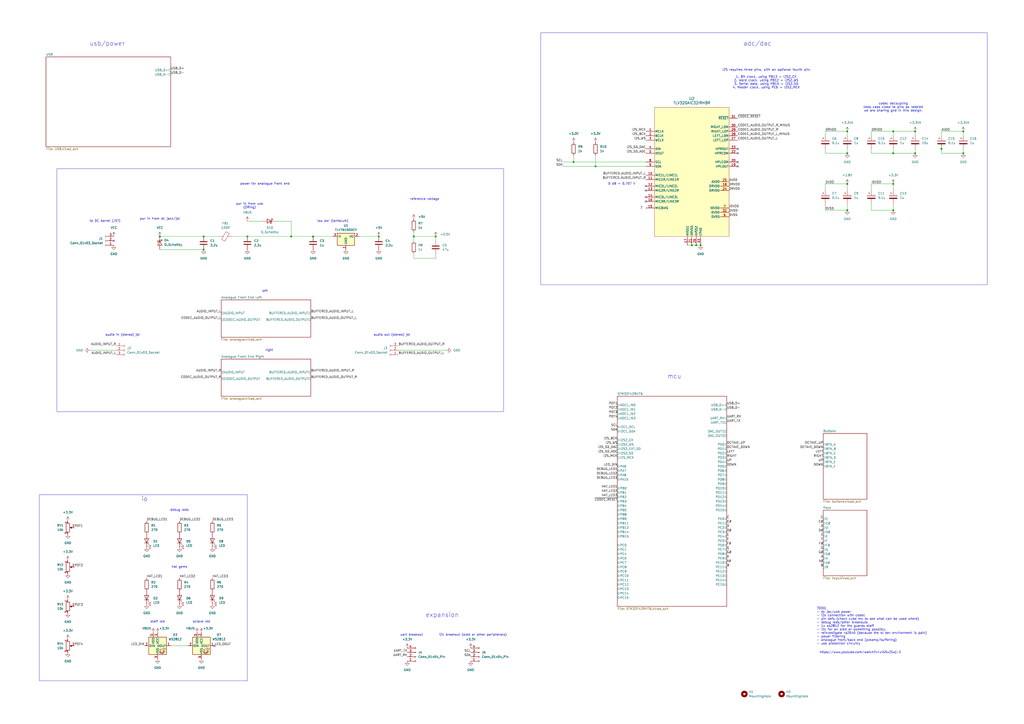
<source format=kicad_sch>
(kicad_sch (version 20250114) (generator "eeschema") (generator_version "9.0")
  (paper "A2")
  (title_block (title "Banana Guard DSP") (date "2025-02-23") (rev "v0.2") (company "kevontheweb"))
  (rectangle (start 22.86 287.02) (end 143.51 394.97))
  (rectangle (start 33.02 97.79) (end 292.1 238.76))
  (rectangle (start 313.69 19.05) (end 572.77 165.1))
  (text "0 dB = 0.707 V" (at 360.68 106.68 0) (effects (font (size 1.27 1.27))))
  (text "reference voltage" (at 246.38 115.57 0) (effects (font (size 1.27 1.27))))
  (text "usb/power" (at 62.23 25.4 0) (effects (font (size 2.54 2.54))))
  (text "I2S requires three pins, with an optional fourth pin:\n\n1. Bit clock, using PB13 = I2S2_CK\n2. Word clock, using PB12 = I2S2_WS\n3. Serial data, using PB15 = I2S2_SD\n4. Master clock, using PC6 = I2S2_MCK" (at 444.5 45.72 0) (effects (font (size 1.27 1.27))))
  (text "mcu" (at 391.16 218.44 0) (effects (font (size 2.54 2.54))))
  (text "low esr (tantalum)" (at 193.04 128.27 0) (effects (font (size 1.27 1.27))))
  (text "TODO:\n- dc jac/usb power \n- i2s connection with codec\n- pin defs (check cube mx to see what can be used where)\n- debug leds/other breakouts\n- 1x ws2812 for the guards staff\n- i2c for an oled or something possibly.\n- reinvestigate rp2040 (because the st dev environment is pain)\n- power filtering\n- analogue front/back end (preamp/buffering)\n- usb protection circuitry" (at 473.71 363.22 0) (effects (font (size 1.27 1.27)) (justify left)))
  (text "codec decoupling\nkeep caps close to pins as labeled\nwe are sharing gnd in this design." (at 518.16 62.23 0) (effects (font (size 1.27 1.27))))
  (text "staff led" (at 91.44 360.68 0) (effects (font (size 1.27 1.27))))
  (text "debug leds" (at 104.14 295.91 0) (effects (font (size 1.27 1.27))))
  (text "io" (at 83.82 289.56 0) (effects (font (size 2.54 2.54))))
  (text "octave led" (at 116.84 360.68 0) (effects (font (size 1.27 1.27))))
  (text "audio in (stereo) jst" (at 71.12 194.31 0) (effects (font (size 1.27 1.27))))
  (text "power for analogue front end" (at 153.67 106.68 0) (effects (font (size 1.27 1.27))))
  (text "https://www.youtube.com/watch?v=zlGSxZGwj-E" (at 499.11 378.46 0) (effects (font (size 1.27 1.27))))
  (text "pwr in from dc jack/jst" (at 92.71 127 0) (effects (font (size 1.27 1.27))))
  (text "adc/dac" (at 439.42 25.4 0) (effects (font (size 2.54 2.54))))
  (text "pwr in from usb\n(ORing)" (at 144.78 119.38 0) (effects (font (size 1.27 1.27))))
  (text "left" (at 153.67 168.91 0) (effects (font (size 1.27 1.27))))
  (text "audio out (stereo) jst" (at 227.33 194.31 0) (effects (font (size 1.27 1.27))))
  (text "uart breakout" (at 238.76 368.3 0) (effects (font (size 1.27 1.27))))
  (text "expansion" (at 256.54 356.87 0) (effects (font (size 2.54 2.54))))
  (text "?" (at 372.11 120.65 0) (effects (font (size 1.27 1.27))))
  (text "hat gems" (at 104.14 328.93 0) (effects (font (size 1.27 1.27))))
  (text "i2c breakout (oled or other peripherals)" (at 274.32 368.3 0) (effects (font (size 1.27 1.27))))
  (text "right\n" (at 156.21 203.2 0) (effects (font (size 1.27 1.27))))
  (text "to DC barrel (JST)" (at 60.96 128.27 0) (effects (font (size 1.27 1.27))))
  (junction (at 92.71 137.16))
  (junction (at 118.11 137.16))
  (junction (at 401.32 142.24))
  (junction (at 518.16 121.92))
  (junction (at 491.49 88.9))
  (junction (at 118.11 144.78))
  (junction (at 403.86 142.24))
  (junction (at 491.49 121.92))
  (junction (at 240.03 137.16))
  (junction (at 546.1 86.36))
  (junction (at 558.8 76.2))
  (junction (at 219.71 137.16))
  (junction (at 168.91 137.16))
  (junction (at 252.73 137.16))
  (junction (at 181.61 137.16))
  (junction (at 518.16 106.68))
  (junction (at 345.44 96.52))
  (junction (at 332.74 93.98))
  (junction (at 530.86 88.9))
  (junction (at 491.49 106.68))
  (junction (at 406.4 142.24))
  (junction (at 491.49 76.2))
  (junction (at 558.8 88.9))
  (junction (at 518.16 76.2))
  (junction (at 530.86 76.2))
  (junction (at 143.51 137.16))
  (junction (at 518.16 88.9))
  (no_connect (at 427.99 86.36))
  (no_connect (at 427.99 96.52))
  (no_connect (at 374.65 107.95))
  (no_connect (at 427.99 88.9))
  (no_connect (at 124.46 374.65))
  (no_connect (at 374.65 110.49))
  (no_connect (at 427.99 93.98))
  (no_connect (at 374.65 114.3))
  (no_connect (at 374.65 116.84))
  (no_connect (at 66.04 139.7))
  (wire (pts (xy 505.46 121.92) (xy 518.16 121.92)))
  (wire (pts (xy 332.74 90.17) (xy 332.74 93.98)))
  (wire (pts (xy 345.44 90.17) (xy 345.44 96.52)))
  (wire (pts (xy 491.49 121.92) (xy 491.49 118.11)))
  (wire (pts (xy 491.49 88.9) (xy 491.49 86.36)))
  (wire (pts (xy 168.91 137.16) (xy 168.91 128.27)))
  (wire (pts (xy 332.74 93.98) (xy 374.65 93.98)))
  (wire (pts (xy 118.11 137.16) (xy 127 137.16)))
  (wire (pts (xy 518.16 78.74) (xy 518.16 76.2)))
  (wire (pts (xy 99.06 374.65) (xy 109.22 374.65)))
  (wire (pts (xy 478.79 88.9) (xy 478.79 86.36)))
  (wire (pts (xy 252.73 137.16) (xy 240.03 137.16)))
  (wire (pts (xy 478.79 106.68) (xy 491.49 106.68)))
  (wire (pts (xy 558.8 86.36) (xy 558.8 88.9)))
  (wire (pts (xy 208.28 137.16) (xy 219.71 137.16)))
  (wire (pts (xy 240.03 149.86) (xy 252.73 149.86)))
  (wire (pts (xy 478.79 106.68) (xy 478.79 110.49)))
  (wire (pts (xy 92.71 137.16) (xy 118.11 137.16)))
  (wire (pts (xy 505.46 76.2) (xy 518.16 76.2)))
  (wire (pts (xy 92.71 144.78) (xy 118.11 144.78)))
  (wire (pts (xy 518.16 106.68) (xy 518.16 110.49)))
  (wire (pts (xy 505.46 106.68) (xy 505.46 110.49)))
  (wire (pts (xy 546.1 76.2) (xy 558.8 76.2)))
  (wire (pts (xy 518.16 118.11) (xy 518.16 121.92)))
  (wire (pts (xy 403.86 142.24) (xy 406.4 142.24)))
  (wire (pts (xy 252.73 149.86) (xy 252.73 147.32)))
  (wire (pts (xy 259.08 203.2) (xy 231.14 203.2)))
  (wire (pts (xy 491.49 106.68) (xy 491.49 110.49)))
  (wire (pts (xy 401.32 142.24) (xy 403.86 142.24)))
  (wire (pts (xy 181.61 137.16) (xy 193.04 137.16)))
  (wire (pts (xy 518.16 88.9) (xy 530.86 88.9)))
  (wire (pts (xy 398.78 142.24) (xy 401.32 142.24)))
  (wire (pts (xy 143.51 137.16) (xy 134.62 137.16)))
  (wire (pts (xy 478.79 76.2) (xy 491.49 76.2)))
  (wire (pts (xy 491.49 76.2) (xy 491.49 78.74)))
  (wire (pts (xy 505.46 78.74) (xy 505.46 76.2)))
  (wire (pts (xy 478.79 88.9) (xy 491.49 88.9)))
  (wire (pts (xy 240.03 134.62) (xy 240.03 137.16)))
  (wire (pts (xy 478.79 121.92) (xy 491.49 121.92)))
  (wire (pts (xy 143.51 128.27) (xy 152.4 128.27)))
  (wire (pts (xy 252.73 139.7) (xy 252.73 137.16)))
  (wire (pts (xy 52.07 203.2) (xy 67.31 203.2)))
  (wire (pts (xy 505.46 88.9) (xy 518.16 88.9)))
  (wire (pts (xy 530.86 86.36) (xy 530.86 88.9)))
  (wire (pts (xy 345.44 96.52) (xy 374.65 96.52)))
  (wire (pts (xy 546.1 76.2) (xy 546.1 78.74)))
  (wire (pts (xy 160.02 128.27) (xy 168.91 128.27)))
  (wire (pts (xy 240.03 137.16) (xy 240.03 139.7)))
  (wire (pts (xy 518.16 76.2) (xy 530.86 76.2)))
  (wire (pts (xy 505.46 106.68) (xy 518.16 106.68)))
  (wire (pts (xy 530.86 76.2) (xy 530.86 78.74)))
  (wire (pts (xy 478.79 121.92) (xy 478.79 118.11)))
  (wire (pts (xy 546.1 83.82) (xy 546.1 86.36)))
  (wire (pts (xy 168.91 137.16) (xy 143.51 137.16)))
  (wire (pts (xy 326.39 93.98) (xy 332.74 93.98)))
  (wire (pts (xy 240.03 149.86) (xy 240.03 147.32)))
  (wire (pts (xy 326.39 96.52) (xy 345.44 96.52)))
  (wire (pts (xy 505.46 118.11) (xy 505.46 121.92)))
  (wire (pts (xy 546.1 86.36) (xy 546.1 88.9)))
  (wire (pts (xy 478.79 76.2) (xy 478.79 78.74)))
  (wire (pts (xy 181.61 137.16) (xy 168.91 137.16)))
  (wire (pts (xy 518.16 86.36) (xy 518.16 88.9)))
  (wire (pts (xy 558.8 76.2) (xy 558.8 78.74)))
  (wire (pts (xy 558.8 88.9) (xy 546.1 88.9)))
  (wire (pts (xy 505.46 86.36) (xy 505.46 88.9)))
  (label "DEBUG_LED3" (at 358.14 278.13 180))
  (label "DEBUG_LED2" (at 358.14 275.59 180))
  (label "SCL" (at 326.39 93.98 180))
  (label "POT3" (at 43.18 351.79 0))
  (label "G#" (at 421.64 321.31 0))
  (label "POT4" (at 358.14 242.57 180))
  (label "A#" (at 421.64 326.39 0))
  (label "AUDIO_INPUT_R" (at 128.27 215.9 180))
  (label "G" (at 421.64 318.77 0))
  (label "I2S_MCK" (at 358.14 265.43 180))
  (label "G" (at 477.52 318.77 180))
  (label "LEFT" (at 477.52 262.89 180))
  (label "BUFFERED_AUDIO_INPUT_L" (at 374.65 101.6 180))
  (label "I2S_BCK" (at 358.14 255.27 180))
  (label "RIGHT" (at 421.64 265.43 0))
  (label "UP" (at 477.52 267.97 180))
  (label "LEFT" (at 421.64 262.89 0))
  (label "CODEC_AUDIO_OUTPUT_R" (at 128.27 219.71 180))
  (label "A#" (at 477.52 326.39 180))
  (label "UART_RX" (at 421.64 242.57 0))
  (label "DEBUG_LED3" (at 123.19 302.26 0))
  (label "POT2" (at 43.18 328.93 0))
  (label "CODEC_AUDIO_OUTPUT_R" (at 427.99 76.2 0))
  (label "HAT_LED1" (at 358.14 283.21 180))
  (label "I2S_WS" (at 374.65 81.28 180))
  (label "LED_DOUT" (at 124.46 374.65 0))
  (label "~{CODEC_RESET}" (at 427.99 68.58 0))
  (label "D" (at 421.64 306.07 0))
  (label "UP" (at 421.64 267.97 0))
  (label "F#" (at 421.64 316.23 0))
  (label "SCL" (at 358.14 247.65 180))
  (label "USB_D-" (at 99.06 43.18 0))
  (label "DRVDD" (at 422.91 107.95 0))
  (label "I2S_SD_ADC" (at 374.65 88.9 180))
  (label "HAT_LED2" (at 358.14 285.75 180))
  (label "E" (at 421.64 311.15 0))
  (label "I2S_SD_ADC" (at 358.14 262.89 180))
  (label "B" (at 477.52 328.93 180))
  (label "OCTAVE_DOWN" (at 477.52 260.35 180))
  (label "DEBUG_LED2" (at 104.14 302.26 0))
  (label "RIGHT" (at 477.52 265.43 180))
  (label "E" (at 477.52 311.15 180))
  (label "CODEC_AUDIO_OUTPUT_L" (at 128.27 185.42 180))
  (label "F#" (at 477.52 316.23 180))
  (label "BUFFERED_AUDIO_INPUT_R" (at 180.34 215.9 0))
  (label "AUDIO_INPUT_L" (at 67.31 205.74 180))
  (label "USB_D-" (at 421.64 237.49 0))
  (label "AVDD" (at 546.1 76.2 0))
  (label "AUDIO_INPUT_R" (at 67.31 200.66 180))
  (label "SCL" (at 273.05 378.46 180))
  (label "I2S_SD_DAC" (at 374.65 86.36 180))
  (label "DVSS" (at 478.79 121.92 0))
  (label "I2S_BCK" (at 374.65 78.74 180))
  (label "POT4" (at 43.18 374.65 0))
  (label "~{CODEC_RESET}" (at 358.14 290.83 180))
  (label "DOWN" (at 421.64 270.51 0))
  (label "DVSS" (at 422.91 125.73 0))
  (label "POT3" (at 358.14 240.03 180))
  (label "DOWN" (at 477.52 270.51 180))
  (label "UART_TX" (at 421.64 245.11 0))
  (label "CODEC_AUDIO_OUTPUT_R_MINUS" (at 427.99 73.66 0))
  (label "F" (at 421.64 313.69 0))
  (label "USB_D+" (at 421.64 234.95 0))
  (label "I2S_MCK" (at 374.65 76.2 180))
  (label "IOVDD" (at 422.91 120.65 0))
  (label "I2S_SD_DAC" (at 358.14 260.35 180))
  (label "D#" (at 421.64 308.61 0))
  (label "I2S_WS" (at 358.14 257.81 180))
  (label "POT1" (at 43.18 306.07 0))
  (label "POT1" (at 358.14 234.95 180))
  (label "HAT_LED3" (at 123.19 335.28 0))
  (label "SDA" (at 358.14 250.19 180))
  (label "D" (at 477.52 306.07 180))
  (label "D#" (at 477.52 308.61 180))
  (label "DEBUG_LED1" (at 358.14 273.05 180))
  (label "DRVDD" (at 422.91 110.49 0))
  (label "AUDIO_INPUT_L" (at 128.27 181.61 180))
  (label "BUFFERED_AUDIO_OUTPUT_R" (at 231.14 200.66 0))
  (label "C" (at 421.64 300.99 0))
  (label "HAT_LED2" (at 104.14 335.28 0))
  (label "CODEC_AUDIO_OUTPUT_L" (at 427.99 81.28 0))
  (label "OCTAVE_UP" (at 421.64 257.81 0))
  (label "USB_D+" (at 99.06 40.64 0))
  (label "A" (at 421.64 323.85 0))
  (label "POT2" (at 358.14 237.49 180))
  (label "LED_DIN" (at 83.82 374.65 180))
  (label "CODEC_AUDIO_OUTPUT_L_MINUS" (at 427.99 78.74 0))
  (label "DVDD" (at 478.79 106.68 0))
  (label "UART_RX" (at 236.22 381 180))
  (label "A" (at 477.52 323.85 180))
  (label "BUFFERED_AUDIO_OUTPUT_R" (at 180.34 219.71 0))
  (label "IOVDD" (at 505.46 106.68 0))
  (label "OCTAVE_DOWN" (at 421.64 260.35 0))
  (label "BUFFERED_AUDIO_INPUT_R" (at 374.65 104.14 180))
  (label "B" (at 421.64 328.93 0))
  (label "UART_TX" (at 236.22 378.46 180))
  (label "BUFFERED_AUDIO_OUTPUT_L" (at 180.34 185.42 0))
  (label "F" (at 477.52 313.69 180))
  (label "BUFFERED_AUDIO_OUTPUT_L" (at 231.14 205.74 0))
  (label "SDA" (at 326.39 96.52 180))
  (label "C" (at 477.52 300.99 180))
  (label "LED_DIN" (at 358.14 270.51 180))
  (label "AVDD" (at 422.91 105.41 0))
  (label "BUFFERED_AUDIO_INPUT_L" (at 180.34 181.61 0))
  (label "SDA" (at 273.05 381 180))
  (label "C#" (at 421.64 303.53 0))
  (label "G#" (at 477.52 321.31 180))
  (label "C#" (at 477.52 303.53 180))
  (label "HAT_LED3" (at 358.14 288.29 180))
  (label "OCTAVE_UP" (at 477.52 257.81 180))
  (label "DEBUG_LED1" (at 85.09 302.26 0))
  (label "DRVDD" (at 505.46 76.2 0))
  (label "DRVDD" (at 478.79 76.2 0))
  (label "DVDD" (at 422.91 123.19 0))
  (label "HAT_LED1" (at 85.09 335.28 0))
  (symbol (lib_id "power:+3.3V") (at 39.37 370.84 0) (unit 1)
    (property "Reference" "#PWR07" (effects (hide yes)))
    (property "Value" "+3.3V" (at 39.37 365.76 0))
    (property "Description" "Power symbol creates a global label with name \"+3.3V\"" (effects (hide yes)))
  )
  (symbol (lib_id "Device:C") (at 181.61 140.97 0) (unit 1)
    (property "Reference" "C3" (at 185.42 139.6999 0) (effects (justify left)))
    (property "Value" "1u" (at 185.42 142.2399 0) (effects (justify left)))
    (property "Footprint" "Capacitor_SMD:C_0603_1608Metric" (effects (hide yes)))
    (property "Description" "Unpolarized capacitor" (effects (hide yes)))
  )
  (symbol (lib_id "power:GND") (at 518.16 121.92 0) (unit 1)
    (property "Reference" "#PWR047" (effects (hide yes)))
    (property "Value" "GND" (at 518.16 127 0))
    (property "Description" "Power symbol creates a global label with name \"GND\" , ground" (effects (hide yes)))
  )
  (symbol (lib_id "Device:R") (at 123.19 339.09 0) (unit 1)
    (property "Reference" "R6" (at 125.73 337.8199 0) (effects (justify left)))
    (property "Value" "270" (at 125.73 340.3599 0) (effects (justify left)))
    (property "Footprint" "Resistor_SMD:R_0603_1608Metric_Pad0.98x0.95mm_HandSolder" (effects (hide yes)))
    (property "Description" "Resistor" (effects (hide yes)))
  )
  (symbol (lib_id "Device:FerriteBead") (at 130.81 137.16 90) (unit 1)
    (property "Reference" "FB1" (at 130.7592 129.54 90))
    (property "Value" "120R" (at 130.7592 132.08 90))
    (property "Footprint" "Resistor_SMD:R_0603_1608Metric" (effects (hide yes)))
    (property "Description" "Ferrite bead" (effects (hide yes)))
  )
  (symbol (lib_id "Device:C_Polarized") (at 478.79 114.3 0) (unit 1)
    (property "Reference" "C7" (at 482.6 112.1409 0) (effects (justify left)))
    (property "Value" "0.1u" (at 482.6 114.6809 0) (effects (justify left)))
    (property "Footprint" "Capacitor_SMD:C_0603_1608Metric" (effects (hide yes)))
    (property "Description" "Polarized capacitor" (effects (hide yes)))
  )
  (symbol (lib_id "power:GND") (at 118.11 144.78 0) (unit 1)
    (property "Reference" "#PWR023" (effects (hide yes)))
    (property "Value" "GND" (at 118.11 149.86 0))
    (property "Description" "Power symbol creates a global label with name \"GND\" , ground" (effects (hide yes)))
  )
  (symbol (lib_id "power:+3.3V") (at 332.74 82.55 0) (unit 1)
    (property "Reference" "#PWR039" (effects (hide yes)))
    (property "Value" "+3.3V" (at 332.74 77.47 0))
    (property "Description" "Power symbol creates a global label with name \"+3.3V\"" (effects (hide yes)))
  )
  (symbol (lib_id "power:GND") (at 530.86 88.9 0) (unit 1)
    (property "Reference" "#PWR049" (effects (hide yes)))
    (property "Value" "GND" (at 530.86 93.98 0))
    (property "Description" "Power symbol creates a global label with name \"GND\" , ground" (effects (hide yes)))
  )
  (symbol (lib_id "power:GND") (at 200.66 144.78 0) (unit 1)
    (property "Reference" "#PWR029" (effects (hide yes)))
    (property "Value" "GND" (at 200.66 149.86 0))
    (property "Description" "Power symbol creates a global label with name \"GND\" , ground" (effects (hide yes)))
  )
  (symbol (lib_id "Connector:Conn_01x03_Socket") (at 226.06 203.2 180) (unit 1)
    (property "Reference" "J3" (at 224.79 201.9299 0) (effects (justify left)))
    (property "Value" "Conn_01x03_Socket" (at 224.79 204.4699 0) (effects (justify left)))
    (property "Footprint" "Connector_JST:JST_ZE_B03B-ZESK-1D_1x03_P1.50mm_Vertical" (effects (hide yes)))
    (property "Description" "Generic connector, single row, 01x03, script generated" (effects (hide yes)))
  )
  (symbol (lib_id "power:GND") (at 143.51 144.78 0) (unit 1)
    (property "Reference" "#PWR027" (effects (hide yes)))
    (property "Value" "GND" (at 143.51 149.86 0))
    (property "Description" "Power symbol creates a global label with name \"GND\" , ground" (effects (hide yes)))
  )
  (symbol (lib_id "Device:LED") (at 123.19 313.69 90) (unit 1)
    (property "Reference" "D8" (at 126.9499 314.0074 90) (effects (justify right)))
    (property "Value" "LED" (at 126.9499 316.5474 90) (effects (justify right)))
    (property "Footprint" "LED_SMD:LED_0603_1608Metric_Pad1.05x0.95mm_HandSolder" (effects (hide yes)))
    (property "Description" "Light emitting diode" (effects (hide yes)))
  )
  (symbol (lib_id "Device:R") (at 240.03 143.51 180) (unit 1)
    (property "Reference" "R8" (at 242.57 142.2399 0) (effects (justify right)))
    (property "Value" "1k" (at 242.57 144.7799 0) (effects (justify right)))
    (property "Footprint" "Resistor_SMD:R_0603_1608Metric_Pad0.98x0.95mm_HandSolder" (effects (hide yes)))
    (property "Description" "Resistor" (effects (hide yes)))
  )
  (symbol (lib_id "power:GND") (at 491.49 121.92 0) (unit 1)
    (property "Reference" "#PWR045" (effects (hide yes)))
    (property "Value" "GND" (at 491.49 127 0))
    (property "Description" "Power symbol creates a global label with name \"GND\" , ground" (effects (hide yes)))
  )
  (symbol (lib_id "Device:C_Polarized") (at 518.16 82.55 0) (unit 1)
    (property "Reference" "C12" (at 521.97 80.3909 0) (effects (justify left)))
    (property "Value" "1u" (at 521.97 82.9309 0) (effects (justify left)))
    (property "Footprint" "Capacitor_SMD:CP_Elec_4x3" (effects (hide yes)))
    (property "Description" "Polarized capacitor" (effects (hide yes)))
  )
  (symbol (lib_id "Device:C_Polarized") (at 546.1 82.55 0) (unit 1)
    (property "Reference" "C15" (at 549.91 80.3909 0) (effects (justify left)))
    (property "Value" "0.1u" (at 549.91 82.9309 0) (effects (justify left)))
    (property "Footprint" "Capacitor_SMD:C_0603_1608Metric" (effects (hide yes)))
    (property "Description" "Polarized capacitor" (effects (hide yes)))
  )
  (symbol (lib_id "Device:LED") (at 104.14 346.71 90) (unit 1)
    (property "Reference" "D6" (at 107.95 347.0274 90) (effects (justify right)))
    (property "Value" "LED" (at 107.95 349.5674 90) (effects (justify right)))
    (property "Footprint" "LED_SMD:LED_0603_1608Metric_Pad1.05x0.95mm_HandSolder" (effects (hide yes)))
    (property "Description" "Light emitting diode" (effects (hide yes)))
  )
  (symbol (lib_id "Connector:Conn_01x04_Pin") (at 241.3 381 180) (unit 1)
    (property "Reference" "J4" (at 242.57 378.4599 0) (effects (justify right)))
    (property "Value" "Conn_01x04_Pin" (at 242.57 380.9999 0) (effects (justify right)))
    (property "Footprint" "Connector_PinHeader_2.54mm:PinHeader_1x04_P2.54mm_Vertical" (effects (hide yes)))
    (property "Description" "Generic connector, single row, 01x04, script generated" (effects (hide yes)))
  )
  (symbol (lib_id "power:+3.3V") (at 518.16 106.68 0) (unit 1)
    (property "Reference" "#PWR046" (effects (hide yes)))
    (property "Value" "+3.3V" (at 518.16 101.6 0))
    (property "Description" "Power symbol creates a global label with name \"+3.3V\"" (effects (hide yes)))
  )
  (symbol (lib_id "Device:R") (at 104.14 306.07 0) (unit 1)
    (property "Reference" "R3" (at 106.68 304.7999 0) (effects (justify left)))
    (property "Value" "270" (at 106.68 307.3399 0) (effects (justify left)))
    (property "Footprint" "Resistor_SMD:R_0603_1608Metric_Pad0.98x0.95mm_HandSolder" (effects (hide yes)))
    (property "Description" "Resistor" (effects (hide yes)))
  )
  (symbol (lib_id "Regulator_Linear:TLV76150DCY") (at 200.66 137.16 0) (unit 1)
    (property "Reference" "U1" (at 200.66 130.81 0))
    (property "Value" "TLV76150DCY" (at 200.66 133.35 0))
    (property "Footprint" "Package_TO_SOT_SMD:SOT-223-3_TabPin2" (effects (hide yes)))
    (property "Datasheet" "https://www.ti.com/lit/ds/symlink/tlv761.pdf" (effects (hide yes)))
    (property "Description" "5.0V, 1A, Low Noise, High-PSRR LDO Regulator, 2.5V...16V input, SOT-223" (effects (hide yes)))
  )
  (symbol (lib_id "power:+2V5") (at 252.73 137.16 0) (unit 1)
    (property "Reference" "#PWR035" (effects (hide yes)))
    (property "Value" "+2.5V" (at 255.27 135.8899 0) (effects (justify left)))
    (property "Description" "Power symbol creates a global label with name \"+2V5\"" (effects (hide yes)))
  )
  (symbol (lib_id "Device:LED") (at 104.14 313.69 90) (unit 1)
    (property "Reference" "D5" (at 107.8999 314.0074 90) (effects (justify right)))
    (property "Value" "LED" (at 107.8999 316.5474 90) (effects (justify right)))
    (property "Footprint" "LED_SMD:LED_0603_1608Metric_Pad1.05x0.95mm_HandSolder" (effects (hide yes)))
    (property "Description" "Light emitting diode" (effects (hide yes)))
  )
  (symbol (lib_id "Device:R") (at 85.09 306.07 0) (unit 1)
    (property "Reference" "R1" (at 87.63 304.7999 0) (effects (justify left)))
    (property "Value" "270" (at 87.63 307.3399 0) (effects (justify left)))
    (property "Footprint" "Resistor_SMD:R_0603_1608Metric_Pad0.98x0.95mm_HandSolder" (effects (hide yes)))
    (property "Description" "Resistor" (effects (hide yes)))
  )
  (symbol (lib_id "Device:C") (at 143.51 140.97 0) (unit 1)
    (property "Reference" "C2" (at 147.32 139.6999 0) (effects (justify left)))
    (property "Value" "2.2u" (at 147.32 142.2399 0) (effects (justify left)))
    (property "Footprint" "Capacitor_SMD:C_0603_1608Metric" (effects (hide yes)))
    (property "Description" "Unpolarized capacitor" (effects (hide yes)))
  )
  (symbol (lib_id "power:GND") (at 104.14 350.52 0) (unit 1)
    (property "Reference" "#PWR019" (effects (hide yes)))
    (property "Value" "GND" (at 104.14 355.6 0))
    (property "Description" "Power symbol creates a global label with name \"GND\" , ground" (effects (hide yes)))
  )
  (symbol (lib_id "power:VBUS") (at 88.9 367.03 0) (unit 1)
    (property "Reference" "#PWR014" (effects (hide yes)))
    (property "Value" "VBUS" (at 85.09 364.49 0))
    (property "Description" "Power symbol creates a global label with name \"VBUS\"" (effects (hide yes)))
  )
  (symbol (lib_id "power:GND") (at 91.44 382.27 0) (unit 1)
    (property "Reference" "#PWR016" (effects (hide yes)))
    (property "Value" "GND" (at 91.44 387.35 0))
    (property "Description" "Power symbol creates a global label with name \"GND\" , ground" (effects (hide yes)))
  )
  (symbol (lib_id "power:+3.3V") (at 39.37 325.12 0) (unit 1)
    (property "Reference" "#PWR03" (effects (hide yes)))
    (property "Value" "+3.3V" (at 39.37 320.04 0))
    (property "Description" "Power symbol creates a global label with name \"+3.3V\"" (effects (hide yes)))
  )
  (symbol (lib_id "Device:LED") (at 85.09 313.69 90) (unit 1)
    (property "Reference" "D1" (at 88.8499 314.0074 90) (effects (justify right)))
    (property "Value" "LED" (at 88.8499 316.5474 90) (effects (justify right)))
    (property "Footprint" "LED_SMD:LED_0603_1608Metric_Pad1.05x0.95mm_HandSolder" (effects (hide yes)))
    (property "Description" "Light emitting diode" (effects (hide yes)))
  )
  (symbol (lib_id "power:GND") (at 406.4 142.24 0) (unit 1)
    (property "Reference" "#PWR041" (effects (hide yes)))
    (property "Value" "GND" (at 406.4 147.32 0))
    (property "Description" "Power symbol creates a global label with name \"GND\" , ground" (effects (hide yes)))
  )
  (symbol (lib_id "power:+3.3VA") (at 530.86 76.2 0) (unit 1)
    (property "Reference" "#PWR048" (effects (hide yes)))
    (property "Value" "+3.3VA" (at 530.86 71.12 0))
    (property "Description" "Power symbol creates a global label with name \"+3.3VA\"" (effects (hide yes)))
  )
  (symbol (lib_id "power:+3.3V") (at 39.37 302.26 0) (unit 1)
    (property "Reference" "#PWR01" (effects (hide yes)))
    (property "Value" "+3.3V" (at 39.37 297.18 0))
    (property "Description" "Power symbol creates a global label with name \"+3.3V\"" (effects (hide yes)))
  )
  (symbol (lib_id "power:GND") (at 259.08 203.2 90) (mirror x) (unit 1)
    (property "Reference" "#PWR036" (effects (hide yes)))
    (property "Value" "GND" (at 262.89 203.1999 90) (effects (justify right)))
    (property "Description" "Power symbol creates a global label with name \"GND\" , ground" (effects (hide yes)))
  )
  (symbol (lib_id "Device:C_Polarized") (at 491.49 114.3 0) (unit 1)
    (property "Reference" "C9" (at 495.3 112.1409 0) (effects (justify left)))
    (property "Value" "1u" (at 495.3 114.6809 0) (effects (justify left)))
    (property "Footprint" "Capacitor_SMD:CP_Elec_4x3" (effects (hide yes)))
    (property "Description" "Polarized capacitor" (effects (hide yes)))
  )
  (symbol (lib_id "LED:WS2812") (at 116.84 374.65 0) (unit 1)
    (property "Reference" "D7" (at 127 368.2298 0))
    (property "Value" "WS2812" (at 127 370.7698 0))
    (property "Footprint" "LED_SMD:LED_WS2812_PLCC6_5.0x5.0mm_P1.6mm" (effects (hide yes)))
    (property "Datasheet" "https://cdn-shop.adafruit.com/datasheets/WS2812.pdf" (effects (hide yes)))
    (property "Description" "RGB LED with integrated controller" (effects (hide yes)))
  )
  (symbol (lib_id "Device:C") (at 118.11 140.97 0) (unit 1)
    (property "Reference" "C1" (at 121.92 139.6999 0) (effects (justify left)))
    (property "Value" "2.2u" (at 121.92 142.2399 0) (effects (justify left)))
    (property "Footprint" "Capacitor_SMD:C_0603_1608Metric" (effects (hide yes)))
    (property "Description" "Unpolarized capacitor" (effects (hide yes)))
  )
  (symbol (lib_id "Device:C_Polarized") (at 505.46 82.55 0) (unit 1)
    (property "Reference" "C10" (at 509.27 80.3909 0) (effects (justify left)))
    (property "Value" "0.1u" (at 509.27 82.9309 0) (effects (justify left)))
    (property "Footprint" "Capacitor_SMD:C_0603_1608Metric" (effects (hide yes)))
    (property "Description" "Polarized capacitor" (effects (hide yes)))
  )
  (symbol (lib_id "Device:R") (at 332.74 86.36 0) (unit 1)
    (property "Reference" "R9" (at 335.28 85.0899 0) (effects (justify left)))
    (property "Value" "1k" (at 335.28 87.6299 0) (effects (justify left)))
    (property "Footprint" "Resistor_SMD:R_0603_1608Metric_Pad0.98x0.95mm_HandSolder" (effects (hide yes)))
    (property "Description" "Resistor" (effects (hide yes)))
  )
  (symbol (lib_id "Device:C_Polarized") (at 530.86 82.55 0) (unit 1)
    (property "Reference" "C14" (at 534.67 80.3909 0) (effects (justify left)))
    (property "Value" "10u" (at 534.67 82.9309 0) (effects (justify left)))
    (property "Footprint" "Capacitor_SMD:CP_Elec_4x3" (effects (hide yes)))
    (property "Description" "Polarized capacitor" (effects (hide yes)))
  )
  (symbol (lib_id "Device:R_Potentiometer") (at 39.37 306.07 0) (unit 1)
    (property "Reference" "RV1" (at 36.83 304.7999 0) (effects (justify right)))
    (property "Value" "10k" (at 36.83 307.3399 0) (effects (justify right)))
    (property "Footprint" "Potentiometer_THT:Potentiometer_Bourns_PTV09A-1_Single_Vertical" (effects (hide yes)))
    (property "Description" "Potentiometer" (effects (hide yes)))
  )
  (symbol (lib_id "Device:R") (at 240.03 130.81 180) (unit 1)
    (property "Reference" "R7" (at 242.57 129.5399 0) (effects (justify right)))
    (property "Value" "1k" (at 242.57 132.0799 0) (effects (justify right)))
    (property "Footprint" "Resistor_SMD:R_0603_1608Metric_Pad0.98x0.95mm_HandSolder" (effects (hide yes)))
    (property "Description" "Resistor" (effects (hide yes)))
  )
  (symbol (lib_id "power:GND") (at 236.22 383.54 0) (unit 1)
    (property "Reference" "#PWR033" (effects (hide yes)))
    (property "Value" "GND" (at 236.22 388.62 0))
    (property "Description" "Power symbol creates a global label with name \"GND\" , ground" (effects (hide yes)))
  )
  (symbol (lib_id "power:+5V") (at 240.03 127 0) (unit 1)
    (property "Reference" "#PWR034" (effects (hide yes)))
    (property "Value" "+5V" (at 242.57 125.7299 0) (effects (justify left)))
    (property "Description" "Power symbol creates a global label with name \"+5V\"" (effects (hide yes)))
  )
  (symbol (lib_id "power:GND") (at 219.71 144.78 0) (unit 1)
    (property "Reference" "#PWR031" (effects (hide yes)))
    (property "Value" "GND" (at 219.71 149.86 0))
    (property "Description" "Power symbol creates a global label with name \"GND\" , ground" (effects (hide yes)))
  )
  (symbol (lib_id "Device:LED") (at 123.19 346.71 90) (unit 1)
    (property "Reference" "D9" (at 127 347.0274 90) (effects (justify right)))
    (property "Value" "LED" (at 127 349.5674 90) (effects (justify right)))
    (property "Footprint" "LED_SMD:LED_0603_1608Metric_Pad1.05x0.95mm_HandSolder" (effects (hide yes)))
    (property "Description" "Light emitting diode" (effects (hide yes)))
  )
  (symbol (lib_id "Device:LED") (at 85.09 346.71 90) (unit 1)
    (property "Reference" "D2" (at 88.9 347.0274 90) (effects (justify right)))
    (property "Value" "LED" (at 88.9 349.5674 90) (effects (justify right)))
    (property "Footprint" "LED_SMD:LED_0603_1608Metric_Pad1.05x0.95mm_HandSolder" (effects (hide yes)))
    (property "Description" "Light emitting diode" (effects (hide yes)))
  )
  (symbol (lib_id "Device:R") (at 345.44 86.36 0) (unit 1)
    (property "Reference" "R10" (at 347.98 85.0899 0) (effects (justify left)))
    (property "Value" "1k" (at 347.98 87.6299 0) (effects (justify left)))
    (property "Footprint" "Resistor_SMD:R_0603_1608Metric_Pad0.98x0.95mm_HandSolder" (effects (hide yes)))
    (property "Description" "Resistor" (effects (hide yes)))
  )
  (symbol (lib_id "Device:C_Polarized") (at 518.16 114.3 0) (unit 1)
    (property "Reference" "C13" (at 521.97 112.1409 0) (effects (justify left)))
    (property "Value" "1u" (at 521.97 114.6809 0) (effects (justify left)))
    (property "Footprint" "Capacitor_SMD:CP_Elec_4x3" (effects (hide yes)))
    (property "Description" "Polarized capacitor" (effects (hide yes)))
  )
  (symbol (lib_id "power:GND") (at 558.8 88.9 0) (unit 1)
    (property "Reference" "#PWR051" (effects (hide yes)))
    (property "Value" "GND" (at 558.8 93.98 0))
    (property "Description" "Power symbol creates a global label with name \"GND\" , ground" (effects (hide yes)))
  )
  (symbol (lib_id "power:GND") (at 181.61 144.78 0) (unit 1)
    (property "Reference" "#PWR028" (effects (hide yes)))
    (property "Value" "GND" (at 181.61 149.86 0))
    (property "Description" "Power symbol creates a global label with name \"GND\" , ground" (effects (hide yes)))
  )
  (symbol (lib_id "Device:C") (at 219.71 140.97 0) (unit 1)
    (property "Reference" "C4" (at 223.52 139.6999 0) (effects (justify left)))
    (property "Value" "2.2u" (at 223.52 142.2399 0) (effects (justify left)))
    (property "Footprint" "Capacitor_SMD:C_0603_1608Metric" (effects (hide yes)))
    (property "Description" "Unpolarized capacitor" (effects (hide yes)))
  )
  (symbol (lib_id "power:GND") (at 123.19 317.5 0) (unit 1)
    (property "Reference" "#PWR024" (effects (hide yes)))
    (property "Value" "GND" (at 123.19 322.58 0))
    (property "Description" "Power symbol creates a global label with name \"GND\" , ground" (effects (hide yes)))
  )
  (symbol (lib_id "Mechanical:MountingHole") (at 431.8 402.59 0) (unit 1) (exclude_from_sim yes) (in_bom no)
    (property "Reference" "H1" (at 434.34 401.3199 0) (effects (justify left)))
    (property "Value" "MountingHole" (at 434.34 403.8599 0) (effects (justify left)))
    (property "Footprint" "MountingHole:MountingHole_3.2mm_M3" (effects (hide yes)))
    (property "Description" "Mounting Hole without connection" (effects (hide yes)))
  )
  (symbol (lib_id "Device:D_Schottky") (at 92.71 140.97 270) (unit 1)
    (property "Reference" "D4" (at 95.25 139.3824 90) (effects (justify left)))
    (property "Value" "D_Schottky" (at 95.25 141.9224 90) (effects (justify left)))
    (property "Footprint" "Diode_SMD:D_SOD-123" (effects (hide yes)))
    (property "Description" "Schottky diode" (effects (hide yes)))
  )
  (symbol (lib_id "Device:R_Potentiometer") (at 39.37 351.79 0) (unit 1)
    (property "Reference" "RV3" (at 36.83 350.5199 0) (effects (justify right)))
    (property "Value" "10k" (at 36.83 353.0599 0) (effects (justify right)))
    (property "Footprint" "Potentiometer_THT:Potentiometer_Bourns_PTV09A-1_Single_Vertical" (effects (hide yes)))
    (property "Description" "Potentiometer" (effects (hide yes)))
  )
  (symbol (lib_id "power:GND") (at 85.09 317.5 0) (unit 1)
    (property "Reference" "#PWR012" (effects (hide yes)))
    (property "Value" "GND" (at 85.09 322.58 0))
    (property "Description" "Power symbol creates a global label with name \"GND\" , ground" (effects (hide yes)))
  )
  (symbol (lib_id "power:GND") (at 39.37 332.74 0) (unit 1)
    (property "Reference" "#PWR04" (effects (hide yes)))
    (property "Value" "GND" (at 39.37 337.82 0))
    (property "Description" "Power symbol creates a global label with name \"GND\" , ground" (effects (hide yes)))
  )
  (symbol (lib_id "power:GND") (at 123.19 350.52 0) (unit 1)
    (property "Reference" "#PWR025" (effects (hide yes)))
    (property "Value" "GND" (at 123.19 355.6 0))
    (property "Description" "Power symbol creates a global label with name \"GND\" , ground" (effects (hide yes)))
  )
  (symbol (lib_id "power:VCC") (at 66.04 137.16 0) (unit 1)
    (property "Reference" "#PWR010" (effects (hide yes)))
    (property "Value" "VCC" (at 66.04 132.08 0))
    (property "Description" "Power symbol creates a global label with name \"VCC\"" (effects (hide yes)))
  )
  (symbol (lib_id "lib:TLV320AIC32IRHBR") (at 401.32 99.06 0) (unit 1)
    (property "Reference" "U2" (at 401.32 57.15 0) (effects (font (size 1.524 1.524))))
    (property "Value" "TLV320AIC32IRHBR" (at 401.32 59.69 0) (effects (font (size 1.524 1.524))))
    (property "Footprint" "Package_DFN_QFN:QFN-32-1EP_5x5mm_P0.5mm_EP3.3x3.3mm" (effects (hide yes)))
    (property "Datasheet" "https://www.ti.com/lit/ds/symlink/tlv320aic32.pdf" (effects (hide yes)))
    (property "Description" "Low-Power Stereo Audio CODEC for Portable Audio/Telephony" (effects (hide yes)))
  )
  (symbol (lib_id "power:+3.3VA") (at 558.8 76.2 0) (unit 1)
    (property "Reference" "#PWR050" (effects (hide yes)))
    (property "Value" "+3.3VA" (at 558.8 71.12 0))
    (property "Description" "Power symbol creates a global label with name \"+3.3VA\"" (effects (hide yes)))
  )
  (symbol (lib_id "power:+5V") (at 219.71 137.16 0) (unit 1)
    (property "Reference" "#PWR030" (effects (hide yes)))
    (property "Value" "+5V" (at 219.71 132.08 0))
    (property "Description" "Power symbol creates a global label with name \"+5V\"" (effects (hide yes)))
  )
  (symbol (lib_id "Device:R") (at 85.09 339.09 0) (unit 1)
    (property "Reference" "R2" (at 87.63 337.8199 0) (effects (justify left)))
    (property "Value" "270" (at 87.63 340.3599 0) (effects (justify left)))
    (property "Footprint" "Resistor_SMD:R_0603_1608Metric_Pad0.98x0.95mm_HandSolder" (effects (hide yes)))
    (property "Description" "Resistor" (effects (hide yes)))
  )
  (symbol (lib_id "power:GND") (at 39.37 378.46 0) (unit 1)
    (property "Reference" "#PWR08" (effects (hide yes)))
    (property "Value" "GND" (at 39.37 383.54 0))
    (property "Description" "Power symbol creates a global label with name \"GND\" , ground" (effects (hide yes)))
  )
  (symbol (lib_id "power:GND") (at 116.84 382.27 0) (unit 1)
    (property "Reference" "#PWR022" (effects (hide yes)))
    (property "Value" "GND" (at 116.84 387.35 0))
    (property "Description" "Power symbol creates a global label with name \"GND\" , ground" (effects (hide yes)))
  )
  (symbol (lib_id "power:VBUS") (at 143.51 128.27 0) (unit 1)
    (property "Reference" "#PWR026" (effects (hide yes)))
    (property "Value" "VBUS" (at 143.51 123.19 0))
    (property "Description" "Power symbol creates a global label with name \"VBUS\"" (effects (hide yes)))
  )
  (symbol (lib_id "power:+3.3V") (at 236.22 375.92 0) (unit 1)
    (property "Reference" "#PWR032" (effects (hide yes)))
    (property "Value" "+3.3V" (at 236.22 370.84 0))
    (property "Description" "Power symbol creates a global label with name \"+3.3V\"" (effects (hide yes)))
  )
  (symbol (lib_id "power:+3.3V") (at 345.44 82.55 0) (unit 1)
    (property "Reference" "#PWR040" (effects (hide yes)))
    (property "Value" "+3.3V" (at 345.44 77.47 0))
    (property "Description" "Power symbol creates a global label with name \"+3.3V\"" (effects (hide yes)))
  )
  (symbol (lib_id "Connector:Conn_01x04_Pin") (at 278.13 381 180) (unit 1)
    (property "Reference" "J5" (at 279.4 378.4599 0) (effects (justify right)))
    (property "Value" "Conn_01x04_Pin" (at 279.4 380.9999 0) (effects (justify right)))
    (property "Footprint" "Connector_PinHeader_2.54mm:PinHeader_1x04_P2.54mm_Vertical" (effects (hide yes)))
    (property "Description" "Generic connector, single row, 01x04, script generated" (effects (hide yes)))
  )
  (symbol (lib_id "power:GND") (at 104.14 317.5 0) (unit 1)
    (property "Reference" "#PWR018" (effects (hide yes)))
    (property "Value" "GND" (at 104.14 322.58 0))
    (property "Description" "Power symbol creates a global label with name \"GND\" , ground" (effects (hide yes)))
  )
  (symbol (lib_id "Device:C_Polarized") (at 478.79 82.55 0) (unit 1)
    (property "Reference" "C6" (at 482.6 80.3909 0) (effects (justify left)))
    (property "Value" "0.1u" (at 482.6 82.9309 0) (effects (justify left)))
    (property "Footprint" "Capacitor_SMD:C_0603_1608Metric" (effects (hide yes)))
    (property "Description" "Polarized capacitor" (effects (hide yes)))
  )
  (symbol (lib_id "Device:R") (at 123.19 306.07 0) (unit 1)
    (property "Reference" "R5" (at 125.73 304.7999 0) (effects (justify left)))
    (property "Value" "270" (at 125.73 307.3399 0) (effects (justify left)))
    (property "Footprint" "Resistor_SMD:R_0603_1608Metric_Pad0.98x0.95mm_HandSolder" (effects (hide yes)))
    (property "Description" "Resistor" (effects (hide yes)))
  )
  (symbol (lib_id "power:+3.3V") (at 116.84 367.03 0) (unit 1)
    (property "Reference" "#PWR021" (effects (hide yes)))
    (property "Value" "+3.3V" (at 120.65 364.49 0))
    (property "Description" "Power symbol creates a global label with name \"+3.3V\"" (effects (hide yes)))
  )
  (symbol (lib_id "power:GND") (at 273.05 383.54 0) (unit 1)
    (property "Reference" "#PWR038" (effects (hide yes)))
    (property "Value" "GND" (at 273.05 388.62 0))
    (property "Description" "Power symbol creates a global label with name \"GND\" , ground" (effects (hide yes)))
  )
  (symbol (lib_id "LED:WS2812") (at 91.44 374.65 0) (unit 1)
    (property "Reference" "D3" (at 101.6 368.2298 0))
    (property "Value" "WS2812" (at 101.6 370.7698 0))
    (property "Footprint" "LED_SMD:LED_WS2812_PLCC6_5.0x5.0mm_P1.6mm" (effects (hide yes)))
    (property "Datasheet" "https://cdn-shop.adafruit.com/datasheets/WS2812.pdf" (effects (hide yes)))
    (property "Description" "RGB LED with integrated controller" (effects (hide yes)))
  )
  (symbol (lib_id "Device:R_Potentiometer") (at 39.37 374.65 0) (unit 1)
    (property "Reference" "RV4" (at 36.83 373.3799 0) (effects (justify right)))
    (property "Value" "10k" (at 36.83 375.9199 0) (effects (justify right)))
    (property "Footprint" "Potentiometer_THT:Potentiometer_Bourns_PTV09A-1_Single_Vertical" (effects (hide yes)))
    (property "Description" "Potentiometer" (effects (hide yes)))
  )
  (symbol (lib_id "Device:R_Potentiometer") (at 39.37 328.93 0) (unit 1)
    (property "Reference" "RV2" (at 36.83 327.6599 0) (effects (justify right)))
    (property "Value" "10k" (at 36.83 330.1999 0) (effects (justify right)))
    (property "Footprint" "Potentiometer_THT:Potentiometer_Bourns_PTV09A-1_Single_Vertical" (effects (hide yes)))
    (property "Description" "Potentiometer" (effects (hide yes)))
  )
  (symbol (lib_id "power:GND") (at 52.07 203.2 270) (unit 1)
    (property "Reference" "#PWR09" (effects (hide yes)))
    (property "Value" "GND" (at 48.26 203.1999 90) (effects (justify right)))
    (property "Description" "Power symbol creates a global label with name \"GND\" , ground" (effects (hide yes)))
  )
  (symbol (lib_id "Device:C_Polarized") (at 558.8 82.55 0) (unit 1)
    (property "Reference" "C16" (at 562.61 80.3909 0) (effects (justify left)))
    (property "Value" "1u" (at 562.61 82.9309 0) (effects (justify left)))
    (property "Footprint" "Capacitor_SMD:CP_Elec_4x3" (effects (hide yes)))
    (property "Description" "Polarized capacitor" (effects (hide yes)))
  )
  (symbol (lib_id "Connector:Conn_01x03_Socket") (at 72.39 203.2 0) (unit 1)
    (property "Reference" "J2" (at 73.66 201.9299 0) (effects (justify left)))
    (property "Value" "Conn_01x03_Socket" (at 73.66 204.4699 0) (effects (justify left)))
    (property "Footprint" "Connector_JST:JST_ZE_B03B-ZESK-1D_1x03_P1.50mm_Vertical" (effects (hide yes)))
    (property "Description" "Generic connector, single row, 01x03, script generated" (effects (hide yes)))
  )
  (symbol (lib_id "power:+1V8") (at 491.49 106.68 0) (unit 1)
    (property "Reference" "#PWR044" (effects (hide yes)))
    (property "Value" "+1.8V" (at 491.49 101.6 0))
    (property "Description" "Power symbol creates a global label with name \"+1V8\"" (effects (hide yes)))
  )
  (symbol (lib_id "power:VBUS") (at 114.3 367.03 0) (unit 1)
    (property "Reference" "#PWR020" (effects (hide yes)))
    (property "Value" "VBUS" (at 110.49 364.49 0))
    (property "Description" "Power symbol creates a global label with name \"VBUS\"" (effects (hide yes)))
  )
  (symbol (lib_id "Device:C") (at 252.73 143.51 0) (mirror y) (unit 1)
    (property "Reference" "C5" (at 256.54 142.2399 0) (effects (justify right)))
    (property "Value" "47u" (at 256.54 144.7799 0) (effects (justify right)))
    (property "Footprint" "Capacitor_SMD:CP_Elec_4x3" (effects (hide yes)))
    (property "Description" "Unpolarized capacitor" (effects (hide yes)))
  )
  (symbol (lib_id "power:GND") (at 39.37 355.6 0) (unit 1)
    (property "Reference" "#PWR06" (effects (hide yes)))
    (property "Value" "GND" (at 39.37 360.68 0))
    (property "Description" "Power symbol creates a global label with name \"GND\" , ground" (effects (hide yes)))
  )
  (symbol (lib_id "Device:C_Polarized") (at 505.46 114.3 0) (unit 1)
    (property "Reference" "C11" (at 509.27 112.1409 0) (effects (justify left)))
    (property "Value" "0.1u" (at 509.27 114.6809 0) (effects (justify left)))
    (property "Footprint" "Capacitor_SMD:C_0603_1608Metric" (effects (hide yes)))
    (property "Description" "Polarized capacitor" (effects (hide yes)))
  )
  (symbol (lib_id "power:GND") (at 491.49 88.9 0) (unit 1)
    (property "Reference" "#PWR043" (effects (hide yes)))
    (property "Value" "GND" (at 491.49 93.98 0))
    (property "Description" "Power symbol creates a global label with name \"GND\" , ground" (effects (hide yes)))
  )
  (symbol (lib_id "power:+3.3V") (at 39.37 347.98 0) (unit 1)
    (property "Reference" "#PWR05" (effects (hide yes)))
    (property "Value" "+3.3V" (at 39.37 342.9 0))
    (property "Description" "Power symbol creates a global label with name \"+3.3V\"" (effects (hide yes)))
  )
  (symbol (lib_id "power:VCC") (at 92.71 137.16 0) (unit 1)
    (property "Reference" "#PWR017" (effects (hide yes)))
    (property "Value" "VCC" (at 92.71 132.08 0))
    (property "Description" "Power symbol creates a global label with name \"VCC\"" (effects (hide yes)))
  )
  (symbol (lib_id "Device:D_Schottky") (at 156.21 128.27 0) (mirror y) (unit 1)
    (property "Reference" "D10" (at 156.5275 132.08 0))
    (property "Value" "D_Schottky" (at 156.5275 134.62 0))
    (property "Footprint" "Diode_SMD:D_SOD-123" (effects (hide yes)))
    (property "Description" "Schottky diode" (effects (hide yes)))
  )
  (symbol (lib_id "Mechanical:MountingHole") (at 453.39 402.59 0) (unit 1) (exclude_from_sim yes) (in_bom no)
    (property "Reference" "H2" (at 455.93 401.3199 0) (effects (justify left)))
    (property "Value" "MountingHole" (at 455.93 403.8599 0) (effects (justify left)))
    (property "Footprint" "MountingHole:MountingHole_3.2mm_M3" (effects (hide yes)))
    (property "Description" "Mounting Hole without connection" (effects (hide yes)))
  )
  (symbol (lib_id "power:GND") (at 85.09 350.52 0) (unit 1)
    (property "Reference" "#PWR013" (effects (hide yes)))
    (property "Value" "GND" (at 85.09 355.6 0))
    (property "Description" "Power symbol creates a global label with name \"GND\" , ground" (effects (hide yes)))
  )
  (symbol (lib_id "power:+3.3V") (at 91.44 367.03 0) (unit 1)
    (property "Reference" "#PWR015" (effects (hide yes)))
    (property "Value" "+3.3V" (at 95.25 364.49 0))
    (property "Description" "Power symbol creates a global label with name \"+3.3V\"" (effects (hide yes)))
  )
  (symbol (lib_id "power:GND") (at 39.37 309.88 0) (unit 1)
    (property "Reference" "#PWR02" (effects (hide yes)))
    (property "Value" "GND" (at 39.37 314.96 0))
    (property "Description" "Power symbol creates a global label with name \"GND\" , ground" (effects (hide yes)))
  )
  (symbol (lib_id "Connector:Conn_01x03_Socket") (at 60.96 139.7 180) (unit 1)
    (property "Reference" "J1" (at 59.69 138.4299 0) (effects (justify left)))
    (property "Value" "Conn_01x03_Socket" (at 59.69 140.9699 0) (effects (justify left)))
    (property "Footprint" "Connector_JST:JST_ZE_B03B-ZESK-1D_1x03_P1.50mm_Vertical" (effects (hide yes)))
    (property "Description" "Generic connector, single row, 01x03, script generated" (effects (hide yes)))
  )
  (symbol (lib_id "Device:R") (at 104.14 339.09 0) (unit 1)
    (property "Reference" "R4" (at 106.68 337.8199 0) (effects (justify left)))
    (property "Value" "270" (at 106.68 340.3599 0) (effects (justify left)))
    (property "Footprint" "Resistor_SMD:R_0603_1608Metric_Pad0.98x0.95mm_HandSolder" (effects (hide yes)))
    (property "Description" "Resistor" (effects (hide yes)))
  )
  (symbol (lib_id "power:GND") (at 66.04 142.24 0) (mirror y) (unit 1)
    (property "Reference" "#PWR011" (effects (hide yes)))
    (property "Value" "GND" (at 66.04 147.32 0))
    (property "Description" "Power symbol creates a global label with name \"GND\" , ground" (effects (hide yes)))
  )
  (symbol (lib_id "Device:C_Polarized") (at 491.49 82.55 0) (unit 1)
    (property "Reference" "C8" (at 495.3 80.3909 0) (effects (justify left)))
    (property "Value" "1u" (at 495.3 82.9309 0) (effects (justify left)))
    (property "Footprint" "Capacitor_SMD:CP_Elec_4x3" (effects (hide yes)))
    (property "Description" "Polarized capacitor" (effects (hide yes)))
  )
  (symbol (lib_id "power:+3.3V") (at 273.05 375.92 0) (unit 1)
    (property "Reference" "#PWR037" (effects (hide yes)))
    (property "Value" "+3.3V" (at 273.05 370.84 0))
    (property "Description" "Power symbol creates a global label with name \"+3.3V\"" (effects (hide yes)))
  )
  (symbol (lib_id "power:+3.3VA") (at 491.49 76.2 0) (unit 1)
    (property "Reference" "#PWR042" (effects (hide yes)))
    (property "Value" "+3.3VA" (at 491.49 71.12 0))
    (property "Description" "Power symbol creates a global label with name \"+3.3VA\"" (effects (hide yes)))
  )
  (sheet (at 26.67 33.02) (size 72.39 52.07) (stroke (width 0.1524))
    (property "Sheetname" "USB" (at 26.67 32.3084 0) (effects (justify left bottom)))
    (property "Sheetfile" "USB.kicad_sch" (at 26.67 85.6746 0) (effects (justify left top)))
    (pin "USB_D+" input (at 99.06 40.64 0))
    (pin "USB_D-" input (at 99.06 43.18 0))
  )
  (sheet (at 477.52 295.91) (size 25.4 38.1) (stroke (width 0.1524))
    (property "Sheetname" "Keys" (at 477.52 295.1984 0) (effects (justify left bottom)))
    (property "Sheetfile" "keys.kicad_sch" (at 477.52 334.5946 0) (effects (justify left top)))
    (pin "A" input (at 477.52 323.85 180))
    (pin "A#" input (at 477.52 326.39 180))
    (pin "B" input (at 477.52 328.93 180))
    (pin "C" input (at 477.52 300.99 180))
    (pin "C#" input (at 477.52 303.53 180))
    (pin "D" input (at 477.52 306.07 180))
    (pin "D#" input (at 477.52 308.61 180))
    (pin "E" input (at 477.52 311.15 180))
    (pin "F" input (at 477.52 313.69 180))
    (pin "F#" input (at 477.52 316.23 180))
    (pin "G" input (at 477.52 318.77 180))
    (pin "G#" input (at 477.52 321.31 180))
  )
  (sheet (at 358.14 229.87) (size 63.5 121.92) (stroke (width 0.1524))
    (property "Sheetname" "STM32F429VIT6" (at 358.14 229.1584 0) (effects (justify left bottom)))
    (property "Sheetfile" "STM32F429VIT6.kicad_sch" (at 358.14 352.3746 0) (effects (justify left top)))
    (pin "USB_D+" bidirectional (at 421.64 234.95 0))
    (pin "ADC1_IN2" input (at 358.14 240.03 180))
    (pin "UART_RX" input (at 421.64 242.57 0))
    (pin "USB_D-" bidirectional (at 421.64 237.49 0))
    (pin "I2S2_EXT_SD" input (at 358.14 260.35 180))
    (pin "I2S2_SD" input (at 358.14 262.89 180))
    (pin "I2S2_WS" input (at 358.14 257.81 180))
    (pin "I2C1_SCL" bidirectional (at 358.14 247.65 180))
    (pin "I2C1_SDA" bidirectional (at 358.14 250.19 180))
    (pin "DAC_OUT1" output (at 421.64 250.19 0))
    (pin "ADC1_IN0" input (at 358.14 234.95 180))
    (pin "ADC1_IN1" input (at 358.14 237.49 180))
    (pin "ADC1_IN3" input (at 358.14 242.57 180))
    (pin "DAC_OUT2" output (at 421.64 252.73 0))
    (pin "I2S2_CK" input (at 358.14 255.27 180))
    (pin "UART_TX" output (at 421.64 245.11 0))
    (pin "PC4" bidirectional (at 358.14 321.31 180))
    (pin "PD10" bidirectional (at 421.64 283.21 0))
    (pin "PC13" bidirectional (at 358.14 341.63 180))
    (pin "PB8" bidirectional (at 358.14 298.45 180))
    (pin "PA7" bidirectional (at 358.14 273.05 180))
    (pin "PC5" bidirectional (at 358.14 323.85 180))
    (pin "PD0" bidirectional (at 421.64 257.81 0))
    (pin "PD15" bidirectional (at 421.64 295.91 0))
    (pin "PC8" bidirectional (at 358.14 328.93 180))
    (pin "PD14" bidirectional (at 421.64 293.37 0))
    (pin "PB4" bidirectional (at 358.14 293.37 180))
    (pin "PC10" bidirectional (at 358.14 334.01 180))
    (pin "PD7" bidirectional (at 421.64 275.59 0))
    (pin "PC0" bidirectional (at 358.14 316.23 180))
    (pin "PD12" bidirectional (at 421.64 288.29 0))
    (pin "PD1" bidirectional (at 421.64 260.35 0))
    (pin "PD5" bidirectional (at 421.64 270.51 0))
    (pin "PB5" bidirectional (at 358.14 295.91 180))
    (pin "PC1" bidirectional (at 358.14 318.77 180))
    (pin "PD11" bidirectional (at 421.64 285.75 0))
    (pin "PD6" bidirectional (at 421.64 273.05 0))
    (pin "PB15" bidirectional (at 358.14 311.15 180))
    (pin "PB13" bidirectional (at 358.14 306.07 180))
    (pin "PD2" bidirectional (at 421.64 262.89 0))
    (pin "PD4" bidirectional (at 421.64 267.97 0))
    (pin "PB2" bidirectional (at 358.14 288.29 180))
    (pin "PC15" bidirectional (at 358.14 346.71 180))
    (pin "PD9" bidirectional (at 421.64 280.67 0))
    (pin "PB9" bidirectional (at 358.14 300.99 180))
    (pin "PB3" bidirectional (at 358.14 290.83 180))
    (pin "PB0" bidirectional (at 358.14 283.21 180))
    (pin "PB14" bidirectional (at 358.14 308.61 180))
    (pin "PA8" bidirectional (at 358.14 275.59 180))
    (pin "PA15" bidirectional (at 358.14 278.13 180))
    (pin "PB11" bidirectional (at 358.14 303.53 180))
    (pin "PD8" bidirectional (at 421.64 278.13 0))
    (pin "PD3" bidirectional (at 421.64 265.43 0))
    (pin "PC7" bidirectional (at 358.14 326.39 180))
    (pin "PC14" bidirectional (at 358.14 344.17 180))
    (pin "PC12" bidirectional (at 358.14 339.09 180))
    (pin "PA6" bidirectional (at 358.14 270.51 180))
    (pin "PC9" bidirectional (at 358.14 331.47 180))
    (pin "PC11" bidirectional (at 358.14 336.55 180))
    (pin "PD13" bidirectional (at 421.64 290.83 0))
    (pin "PB1" bidirectional (at 358.14 285.75 180))
    (pin "PE8" bidirectional (at 421.64 321.31 0))
    (pin "PE0" bidirectional (at 421.64 300.99 0))
    (pin "PE14" bidirectional (at 421.64 336.55 0))
    (pin "PE4" bidirectional (at 421.64 311.15 0))
    (pin "PE11" bidirectional (at 421.64 328.93 0))
    (pin "PE13" bidirectional (at 421.64 334.01 0))
    (pin "PE6" bidirectional (at 421.64 316.23 0))
    (pin "PE2" bidirectional (at 421.64 306.07 0))
    (pin "PE3" bidirectional (at 421.64 308.61 0))
    (pin "PE9" bidirectional (at 421.64 323.85 0))
    (pin "PE1" bidirectional (at 421.64 303.53 0))
    (pin "PE10" bidirectional (at 421.64 326.39 0))
    (pin "PE15" bidirectional (at 421.64 339.09 0))
    (pin "PE5" bidirectional (at 421.64 313.69 0))
    (pin "PE12" bidirectional (at 421.64 331.47 0))
    (pin "PE7" bidirectional (at 421.64 318.77 0))
    (pin "I2S_MCK" input (at 358.14 265.43 180))
  )
  (sheet (at 128.27 173.99) (size 52.07 21.59) (stroke (width 0.1524))
    (property "Sheetname" "Analogue Front End Left" (at 128.27 173.2784 0) (effects (justify left bottom)))
    (property "Sheetfile" "analogue.kicad_sch" (at 128.27 196.1646 0) (effects (justify left top)))
    (pin "AUDIO_INPUT" output (at 128.27 181.61 180))
    (pin "BUFFERED_AUDIO_INPUT" output (at 180.34 181.61 0))
    (pin "BUFFERED_AUDIO_OUTPUT" output (at 180.34 185.42 0))
    (pin "CODEC_AUDIO_OUTPUT" output (at 128.27 185.42 180))
  )
  (sheet (at 477.52 251.46) (size 25.4 38.1) (stroke (width 0.1524))
    (property "Sheetname" "Buttons" (at 477.52 250.7484 0) (effects (justify left bottom)))
    (property "Sheetfile" "buttons.kicad_sch" (at 477.52 290.1446 0) (effects (justify left top)))
    (pin "BTN_A" input (at 477.52 257.81 180))
    (pin "BTN_B" input (at 477.52 260.35 180))
    (pin "BTN_C" input (at 477.52 262.89 180))
    (pin "BTN_D" input (at 477.52 265.43 180))
    (pin "BTN_E" input (at 477.52 267.97 180))
    (pin "BTN_F" input (at 477.52 270.51 180))
  )
  (sheet (at 128.27 208.28) (size 52.07 21.59) (stroke (width 0.1524))
    (property "Sheetname" "Analogue Front End Right" (at 128.27 207.5684 0) (effects (justify left bottom)))
    (property "Sheetfile" "analogue.kicad_sch" (at 128.27 230.4546 0) (effects (justify left top)))
    (pin "AUDIO_INPUT" output (at 128.27 215.9 180))
    (pin "BUFFERED_AUDIO_INPUT" output (at 180.34 215.9 0))
    (pin "BUFFERED_AUDIO_OUTPUT" output (at 180.34 219.71 0))
    (pin "CODEC_AUDIO_OUTPUT" output (at 128.27 219.71 180))
  )
)
</source>
